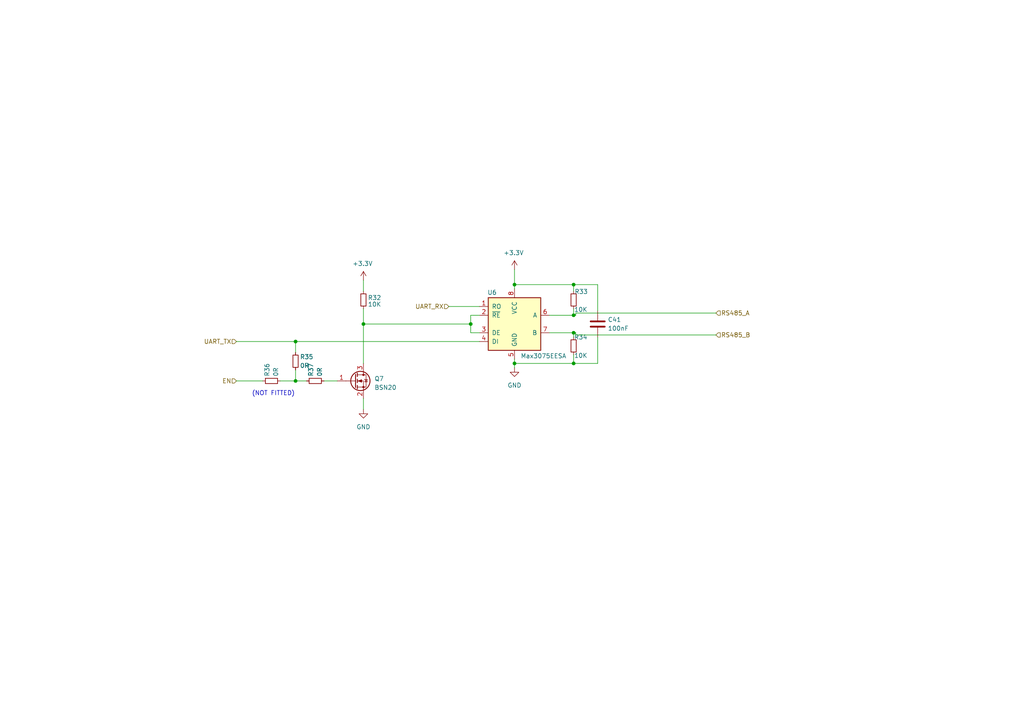
<source format=kicad_sch>
(kicad_sch (version 20231120) (generator "eeschema") (generator_version "8.0")
  (paper "A4")
  (lib_symbols
    (symbol "Device:C" (pin_numbers hide) (pin_names (offset 0.254))
      (property "Reference" "C" (at 0.635 2.54 0))
      (property "Value" "C" (at 0.635 -2.54 0))
      (symbol "C_0_1"
        (polyline (pts (xy -2.032 -0.762) (xy 2.032 -0.762)) (stroke (width 0.508)))
        (polyline (pts (xy -2.032 0.762) (xy 2.032 0.762)) (stroke (width 0.508)))
      )
      (symbol "C_1_1"
        (pin passive line (at 0 3.81 270) (length 2.794) (name "~") (number "1"))
        (pin passive line (at 0 -3.81 90) (length 2.794) (name "~") (number "2"))
      )
    )
    (symbol "Device:R_Small" (pin_numbers hide) (pin_names (offset 0.254) hide)
      (property "Reference" "R" (at 0.762 0.508 0))
      (property "Value" "R_Small" (at 0.762 -1.016 0))
      (symbol "R_Small_0_1"
        (rectangle (start -0.762 1.778) (end 0.762 -1.778) (stroke (width 0.2032)))
      )
      (symbol "R_Small_1_1"
        (pin passive line (at 0 2.54 270) (length 0.762) (name "~") (number "1"))
        (pin passive line (at 0 -2.54 90) (length 0.762) (name "~") (number "2"))
      )
    )
    (symbol "Interface_UART:MAX3075E" (pin_names (offset 1.016))
      (property "Reference" "U" (at -7.62 8.89 0))
      (property "Value" "MAX3075E" (at 2.54 8.89 0))
      (symbol "MAX3075E_0_1"
        (rectangle (start -7.62 7.62) (end 7.62 -7.62) (stroke (width 0.254)) (fill (type background)))
      )
      (symbol "MAX3075E_1_1"
        (pin output line (at -10.16 5.08 0) (length 2.54) (name "RO") (number "1"))
        (pin input line (at -10.16 2.54 0) (length 2.54) (name "~{RE}") (number "2"))
        (pin input line (at -10.16 -2.54 0) (length 2.54) (name "DE") (number "3"))
        (pin input line (at -10.16 -5.08 0) (length 2.54) (name "DI") (number "4"))
        (pin power_in line (at 0 -10.16 90) (length 2.54) (name "GND") (number "5"))
        (pin bidirectional line (at 10.16 2.54 180) (length 2.54) (name "A") (number "6"))
        (pin bidirectional line (at 10.16 -2.54 180) (length 2.54) (name "B") (number "7"))
        (pin power_in line (at 0 10.16 270) (length 2.54) (name "VCC") (number "8"))
      )
    )
    (symbol "Transistor_FET:BSN20" (pin_names hide)
      (property "Reference" "Q" (at 5.08 1.905 0))
      (property "Value" "BSN20" (at 5.08 0 0))
      (symbol "BSN20_0_1"
        (polyline (pts (xy 0.254 0) (xy -2.54 0)))
        (polyline (pts (xy 0.254 1.905) (xy 0.254 -1.905)) (stroke (width 0.254)))
        (polyline (pts (xy 0.762 -1.27) (xy 0.762 -2.286)) (stroke (width 0.254)))
        (polyline (pts (xy 0.762 0.508) (xy 0.762 -0.508)) (stroke (width 0.254)))
        (polyline (pts (xy 0.762 2.286) (xy 0.762 1.27)) (stroke (width 0.254)))
        (polyline (pts (xy 2.54 2.54) (xy 2.54 1.778)))
        (polyline (pts (xy 2.54 -2.54) (xy 2.54 0) (xy 0.762 0)))
        (polyline (pts (xy 0.762 -1.778) (xy 3.302 -1.778) (xy 3.302 1.778) (xy 0.762 1.778)))
        (polyline (pts (xy 1.016 0) (xy 2.032 0.381) (xy 2.032 -0.381) (xy 1.016 0)) (fill (type outline)))
        (polyline (pts (xy 2.794 0.508) (xy 2.921 0.381) (xy 3.683 0.381) (xy 3.81 0.254)))
        (polyline (pts (xy 3.302 0.381) (xy 2.921 -0.254) (xy 3.683 -0.254) (xy 3.302 0.381)))
        (circle (center 1.651 0) (radius 2.794) (stroke (width 0.254)))
        (circle (center 2.54 -1.778) (radius 0.254) (fill (type outline)))
        (circle (center 2.54 1.778) (radius 0.254) (fill (type outline)))
      )
      (symbol "BSN20_1_1"
        (pin input line (at -5.08 0 0) (length 2.54) (name "G") (number "1"))
        (pin passive line (at 2.54 -5.08 90) (length 2.54) (name "S") (number "2"))
        (pin passive line (at 2.54 5.08 270) (length 2.54) (name "D") (number "3"))
      )
    )
    (symbol "power:+3.3V" (power) (pin_names (offset 0))
      (property "Value" "+3.3V" (at 0 3.556 0))
      (symbol "+3.3V_0_1"
        (polyline (pts (xy -0.762 1.27) (xy 0 2.54)))
        (polyline (pts (xy 0 0) (xy 0 2.54)))
        (polyline (pts (xy 0 2.54) (xy 0.762 1.27)))
      )
      (symbol "+3.3V_1_1"
        (pin power_in line (at 0 0 90) (length 0) hide (name "+3.3V") (number "1"))
      )
    )
    (symbol "power:GND" (power) (pin_names (offset 0))
      (property "Value" "GND" (at 0 -3.81 0))
      (symbol "GND_0_1"
        (polyline (pts (xy 0 0) (xy 0 -1.27) (xy 1.27 -1.27) (xy 0 -2.54) (xy -1.27 -1.27) (xy 0 -1.27)))
      )
      (symbol "GND_1_1"
        (pin power_in line (at 0 0 270) (length 0) hide (name "GND") (number "1"))
      )
    )
  )
  (junction (at 136.525 93.98))
  (junction (at 85.725 99.06))
  (junction (at 166.37 91.44))
  (junction (at 105.41 93.98))
  (junction (at 149.225 105.41))
  (junction (at 85.725 110.49))
  (junction (at 149.225 82.55))
  (junction (at 166.37 82.55))
  (junction (at 166.37 96.52))
  (junction (at 166.37 105.41))
  (wire (pts (xy 68.58 99.06) (xy 85.725 99.06)))
  (wire (pts (xy 105.41 93.98) (xy 136.525 93.98)))
  (wire (pts (xy 173.355 90.17) (xy 173.355 82.55)))
  (wire (pts (xy 85.725 99.06) (xy 85.725 102.235)))
  (wire (pts (xy 173.355 97.79) (xy 173.355 105.41)))
  (wire (pts (xy 149.225 104.14) (xy 149.225 105.41)))
  (wire (pts (xy 136.525 93.98) (xy 136.525 96.52)))
  (wire (pts (xy 167.005 90.805) (xy 207.645 90.805)))
  (wire (pts (xy 130.175 88.9) (xy 139.065 88.9)))
  (wire (pts (xy 81.28 110.49) (xy 85.725 110.49)))
  (wire (pts (xy 159.385 91.44) (xy 166.37 91.44)))
  (wire (pts (xy 105.41 115.57) (xy 105.41 118.745)))
  (wire (pts (xy 149.225 105.41) (xy 149.225 106.68)))
  (wire (pts (xy 85.725 110.49) (xy 88.9 110.49)))
  (wire (pts (xy 136.525 96.52) (xy 139.065 96.52)))
  (wire (pts (xy 166.37 89.535) (xy 166.37 91.44)))
  (wire (pts (xy 105.41 93.98) (xy 105.41 105.41)))
  (wire (pts (xy 93.98 110.49) (xy 97.79 110.49)))
  (wire (pts (xy 68.58 110.49) (xy 76.2 110.49)))
  (wire (pts (xy 105.41 89.535) (xy 105.41 93.98)))
  (wire (pts (xy 166.37 84.455) (xy 166.37 82.55)))
  (wire (pts (xy 85.725 107.315) (xy 85.725 110.49)))
  (wire (pts (xy 167.005 96.52) (xy 166.37 96.52)))
  (wire (pts (xy 166.37 96.52) (xy 166.37 97.79)))
  (wire (pts (xy 173.355 105.41) (xy 166.37 105.41)))
  (wire (pts (xy 167.005 97.155) (xy 167.005 96.52)))
  (wire (pts (xy 166.37 102.87) (xy 166.37 105.41)))
  (wire (pts (xy 139.065 91.44) (xy 136.525 91.44)))
  (wire (pts (xy 159.385 96.52) (xy 166.37 96.52)))
  (wire (pts (xy 149.225 82.55) (xy 166.37 82.55)))
  (wire (pts (xy 136.525 91.44) (xy 136.525 93.98)))
  (wire (pts (xy 167.005 97.155) (xy 207.645 97.155)))
  (wire (pts (xy 149.225 82.55) (xy 149.225 83.82)))
  (wire (pts (xy 167.005 90.805) (xy 167.005 91.44)))
  (wire (pts (xy 149.225 78.1625) (xy 149.225 82.55)))
  (wire (pts (xy 166.37 105.41) (xy 149.225 105.41)))
  (wire (pts (xy 167.005 91.44) (xy 166.37 91.44)))
  (wire (pts (xy 105.41 81.28) (xy 105.41 84.455)))
  (wire (pts (xy 173.355 82.55) (xy 166.37 82.55)))
  (wire (pts (xy 85.725 99.06) (xy 139.065 99.06)))
  (text "(NOT FITTED)" (at 73.025 114.935 0) (effects (font (size 1.27 1.27)) (justify left bottom)))
  (hierarchical_label "EN" (shape input) (at 68.58 110.49 180))
  (hierarchical_label "UART_TX" (shape input) (at 68.58 99.06 180))
  (hierarchical_label "RS485_A" (shape input) (at 207.645 90.805 0))
  (hierarchical_label "RS485_B" (shape input) (at 207.645 97.155 0))
  (hierarchical_label "UART_RX" (shape input) (at 130.175 88.9 180))
  (symbol (lib_id "Device:R_Small") (at 166.37 86.995 0) (unit 1)
    (property "Reference" "R33" (at 166.624 84.582 0) (effects (justify left)))
    (property "Value" "10K" (at 166.497 89.789 0) (effects (justify left)))
    (property "Footprint" "Resistor_SMD:R_0603_1608Metric" (effects (hide yes)))
    (property "Description" "RES 10K OHM 1% 1/10W 0603" (effects (hide yes)))
    (property "DIGIKEY" "  311-10.0KHRTR-ND" (effects (hide yes)))
    (property "DigiKey" "  311-10.0KHRTR-ND" (effects (hide yes)))
  )
  (symbol (lib_id "Device:R_Small") (at 85.725 104.775 0) (unit 1)
    (property "Reference" "R35" (at 86.995 103.505 0) (effects (justify left)))
    (property "Value" "0R" (at 86.995 106.045 0) (effects (justify left)))
    (property "Footprint" "Resistor_SMD:R_0603_1608Metric" (effects (hide yes)))
    (property "Description" "RES SMD 0 OHM JUMPER 1/10W 0603" (effects (hide yes)))
    (property "DIGIKEY" "541-0.0GTR-ND" (effects (hide yes)))
    (property "DigiKey" "541-0.0GTR-ND" (effects (hide yes)))
  )
  (symbol (lib_id "Device:R_Small") (at 166.37 100.33 0) (unit 1)
    (property "Reference" "R34" (at 166.497 97.79 0) (effects (justify left)))
    (property "Value" "10K" (at 166.497 103.124 0) (effects (justify left)))
    (property "Footprint" "Resistor_SMD:R_0603_1608Metric" (effects (hide yes)))
    (property "Description" "RES 10K OHM 1% 1/10W 0603" (effects (hide yes)))
    (property "DIGIKEY" "  311-10.0KHRTR-ND" (effects (hide yes)))
    (property "DigiKey" "  311-10.0KHRTR-ND" (effects (hide yes)))
  )
  (symbol (lib_id "power:GND") (at 149.225 106.68 0) (unit 1)
    (property "Reference" "#PWR071" (effects (hide yes)))
    (property "Value" "GND" (at 149.225 111.76 0))
  )
  (symbol (lib_id "Interface_UART:MAX3075E") (at 149.225 93.98 0) (unit 1)
    (property "Reference" "U6" (at 141.351 84.836 0) (effects (justify left)))
    (property "Value" "Max3075EESA" (at 151.003 103.251 0) (effects (justify left)))
    (property "Footprint" "Package_SO:SOIC-8_3.9x4.9mm_P1.27mm" (effects (hide yes)))
    (property "Datasheet" "https://datasheets.maximintegrated.com/en/ds/MAX3070E-MAX3079E.pdf" (effects (hide yes)))
    (property "DIGIKEY" "MAX3075EESA+-ND" (effects (hide yes)))
    (property "DigiKey" "MAX3075EESA+-ND" (effects (hide yes)))
  )
  (symbol (lib_id "power:+3.3V") (at 149.225 78.1625 0) (unit 1)
    (property "Reference" "#PWR069" (effects (hide yes)))
    (property "Value" "+3.3V" (at 148.971 73.3365 0))
  )
  (symbol (lib_id "Device:R_Small") (at 105.41 86.995 0) (unit 1)
    (property "Reference" "R32" (at 106.68 86.36 0) (effects (justify left)))
    (property "Value" "10K" (at 106.68 88.265 0) (effects (justify left)))
    (property "Footprint" "Resistor_SMD:R_0603_1608Metric" (effects (hide yes)))
    (property "Description" "RES 10K OHM 1% 1/10W 0603" (effects (hide yes)))
    (property "DIGIKEY" "  311-10.0KHRTR-ND" (effects (hide yes)))
    (property "DigiKey" "  311-10.0KHRTR-ND" (effects (hide yes)))
  )
  (symbol (lib_id "Transistor_FET:BSN20") (at 102.87 110.49 0) (unit 1)
    (property "Reference" "Q7" (at 108.585 109.855 0) (effects (justify left)))
    (property "Value" "BSN20" (at 108.585 112.395 0) (effects (justify left)))
    (property "Footprint" "Package_TO_SOT_SMD:SOT-23" (effects (hide yes)))
    (property "Datasheet" "http://www.diodes.com/assets/Datasheets/ds31898.pdf" (effects (hide yes)))
    (property "DIGIKEY" "BSN20-7DITR-ND" (effects (hide yes)))
    (property "DigiKey" "BSN20-7DITR-ND" (effects (hide yes)))
  )
  (symbol (lib_id "power:GND") (at 105.41 118.745 0) (unit 1)
    (property "Reference" "#PWR072" (effects (hide yes)))
    (property "Value" "GND" (at 105.41 123.825 0))
  )
  (symbol (lib_id "Device:R_Small") (at 78.74 110.49 90) (unit 1)
    (property "Reference" "R36" (at 77.47 109.22 0) (effects (justify left)))
    (property "Value" "0R" (at 80.01 109.22 0) (effects (justify left)))
    (property "Footprint" "Resistor_SMD:R_0603_1608Metric" (effects (hide yes)))
    (property "Description" "RES SMD 0 OHM JUMPER 1/10W 0603" (effects (hide yes)))
    (property "DIGIKEY" "541-0.0GTR-ND" (effects (hide yes)))
    (property "DigiKey" "541-0.0GTR-ND" (effects (hide yes)))
  )
  (symbol (lib_id "Device:C") (at 173.355 93.98 0) (unit 1)
    (property "Reference" "C41" (at 176.276 92.7099 0) (effects (justify left)))
    (property "Value" "100nF" (at 176.276 95.2499 0) (effects (justify left)))
    (property "Footprint" "Capacitor_SMD:C_0402_1005Metric" (effects (hide yes)))
    (property "Description" "100 nF ±10% 50V Ceramic Capacitor X7R 0402 (1005 Metric)" (effects (hide yes)))
    (property "DIGIKEY" "  3372-0402B104K500HITR-ND" (effects (hide yes)))
    (property "DigiKey" "  3372-0402B104K500HITR-ND" (effects (hide yes)))
  )
  (symbol (lib_id "power:+3.3V") (at 105.41 81.28 0) (unit 1)
    (property "Reference" "#PWR041" (effects (hide yes)))
    (property "Value" "+3.3V" (at 105.156 76.454 0))
  )
  (symbol (lib_id "Device:R_Small") (at 91.44 110.49 90) (unit 1)
    (property "Reference" "R37" (at 90.17 109.22 0) (effects (justify left)))
    (property "Value" "0R" (at 92.71 109.22 0) (effects (justify left)))
    (property "Footprint" "Resistor_SMD:R_0603_1608Metric" (effects (hide yes)))
    (property "Description" "RES SMD 0 OHM JUMPER 1/10W 0603" (effects (hide yes)))
    (property "DIGIKEY" "541-0.0GTR-ND" (effects (hide yes)))
    (property "DigiKey" "541-0.0GTR-ND" (effects (hide yes)))
  )
)
</source>
